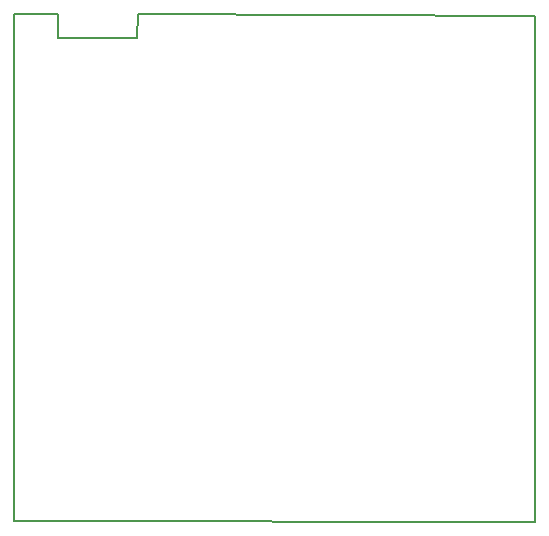
<source format=gbr>
G04 #@! TF.GenerationSoftware,KiCad,Pcbnew,5.1.7-a382d34a8~88~ubuntu18.04.1*
G04 #@! TF.CreationDate,2021-07-23T19:11:00+05:30*
G04 #@! TF.ProjectId,BackEnd_HeavyDevice_v2,4261636b-456e-4645-9f48-656176794465,rev?*
G04 #@! TF.SameCoordinates,Original*
G04 #@! TF.FileFunction,Other,User*
%FSLAX46Y46*%
G04 Gerber Fmt 4.6, Leading zero omitted, Abs format (unit mm)*
G04 Created by KiCad (PCBNEW 5.1.7-a382d34a8~88~ubuntu18.04.1) date 2021-07-23 19:11:00*
%MOMM*%
%LPD*%
G01*
G04 APERTURE LIST*
%ADD10C,0.150000*%
G04 APERTURE END LIST*
D10*
X111434880Y-92661740D02*
X107767120Y-92664280D01*
X118198900Y-94724220D02*
X118201440Y-92664280D01*
X111432340Y-94691200D02*
X118198900Y-94724220D01*
X111434880Y-92666820D02*
X111432340Y-94691200D01*
X107756960Y-131630420D02*
X107741720Y-135630920D01*
X107759500Y-126870460D02*
X107759500Y-131635500D01*
X151876760Y-92829380D02*
X151884380Y-94465140D01*
X151876760Y-92829380D02*
X118201440Y-92664280D01*
X151836120Y-135712200D02*
X151884380Y-94465140D01*
X107741720Y-135630920D02*
X151836120Y-135712200D01*
X107767120Y-92664280D02*
X107759500Y-126870460D01*
M02*

</source>
